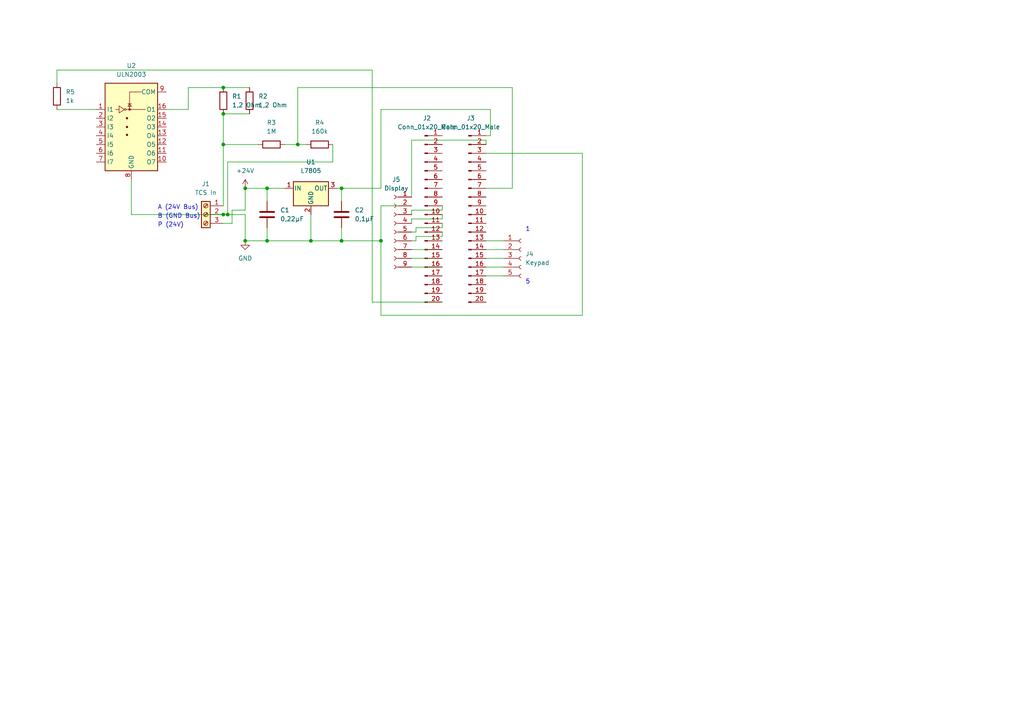
<source format=kicad_sch>
(kicad_sch (version 20211123) (generator eeschema)

  (uuid edcb1de5-d292-429a-a863-131d19b76a56)

  (paper "A4")

  (lib_symbols
    (symbol "Connector:Conn_01x05_Female" (pin_names (offset 1.016) hide) (in_bom yes) (on_board yes)
      (property "Reference" "J" (id 0) (at 0 7.62 0)
        (effects (font (size 1.27 1.27)))
      )
      (property "Value" "Conn_01x05_Female" (id 1) (at 0 -7.62 0)
        (effects (font (size 1.27 1.27)))
      )
      (property "Footprint" "" (id 2) (at 0 0 0)
        (effects (font (size 1.27 1.27)) hide)
      )
      (property "Datasheet" "~" (id 3) (at 0 0 0)
        (effects (font (size 1.27 1.27)) hide)
      )
      (property "ki_keywords" "connector" (id 4) (at 0 0 0)
        (effects (font (size 1.27 1.27)) hide)
      )
      (property "ki_description" "Generic connector, single row, 01x05, script generated (kicad-library-utils/schlib/autogen/connector/)" (id 5) (at 0 0 0)
        (effects (font (size 1.27 1.27)) hide)
      )
      (property "ki_fp_filters" "Connector*:*_1x??_*" (id 6) (at 0 0 0)
        (effects (font (size 1.27 1.27)) hide)
      )
      (symbol "Conn_01x05_Female_1_1"
        (arc (start 0 -4.572) (mid -0.508 -5.08) (end 0 -5.588)
          (stroke (width 0.1524) (type default) (color 0 0 0 0))
          (fill (type none))
        )
        (arc (start 0 -2.032) (mid -0.508 -2.54) (end 0 -3.048)
          (stroke (width 0.1524) (type default) (color 0 0 0 0))
          (fill (type none))
        )
        (polyline
          (pts
            (xy -1.27 -5.08)
            (xy -0.508 -5.08)
          )
          (stroke (width 0.1524) (type default) (color 0 0 0 0))
          (fill (type none))
        )
        (polyline
          (pts
            (xy -1.27 -2.54)
            (xy -0.508 -2.54)
          )
          (stroke (width 0.1524) (type default) (color 0 0 0 0))
          (fill (type none))
        )
        (polyline
          (pts
            (xy -1.27 0)
            (xy -0.508 0)
          )
          (stroke (width 0.1524) (type default) (color 0 0 0 0))
          (fill (type none))
        )
        (polyline
          (pts
            (xy -1.27 2.54)
            (xy -0.508 2.54)
          )
          (stroke (width 0.1524) (type default) (color 0 0 0 0))
          (fill (type none))
        )
        (polyline
          (pts
            (xy -1.27 5.08)
            (xy -0.508 5.08)
          )
          (stroke (width 0.1524) (type default) (color 0 0 0 0))
          (fill (type none))
        )
        (arc (start 0 0.508) (mid -0.508 0) (end 0 -0.508)
          (stroke (width 0.1524) (type default) (color 0 0 0 0))
          (fill (type none))
        )
        (arc (start 0 3.048) (mid -0.508 2.54) (end 0 2.032)
          (stroke (width 0.1524) (type default) (color 0 0 0 0))
          (fill (type none))
        )
        (arc (start 0 5.588) (mid -0.508 5.08) (end 0 4.572)
          (stroke (width 0.1524) (type default) (color 0 0 0 0))
          (fill (type none))
        )
        (pin passive line (at -5.08 5.08 0) (length 3.81)
          (name "Pin_1" (effects (font (size 1.27 1.27))))
          (number "1" (effects (font (size 1.27 1.27))))
        )
        (pin passive line (at -5.08 2.54 0) (length 3.81)
          (name "Pin_2" (effects (font (size 1.27 1.27))))
          (number "2" (effects (font (size 1.27 1.27))))
        )
        (pin passive line (at -5.08 0 0) (length 3.81)
          (name "Pin_3" (effects (font (size 1.27 1.27))))
          (number "3" (effects (font (size 1.27 1.27))))
        )
        (pin passive line (at -5.08 -2.54 0) (length 3.81)
          (name "Pin_4" (effects (font (size 1.27 1.27))))
          (number "4" (effects (font (size 1.27 1.27))))
        )
        (pin passive line (at -5.08 -5.08 0) (length 3.81)
          (name "Pin_5" (effects (font (size 1.27 1.27))))
          (number "5" (effects (font (size 1.27 1.27))))
        )
      )
    )
    (symbol "Connector:Conn_01x09_Female" (pin_names (offset 1.016) hide) (in_bom yes) (on_board yes)
      (property "Reference" "J" (id 0) (at 0 12.7 0)
        (effects (font (size 1.27 1.27)))
      )
      (property "Value" "Conn_01x09_Female" (id 1) (at 0 -12.7 0)
        (effects (font (size 1.27 1.27)))
      )
      (property "Footprint" "" (id 2) (at 0 0 0)
        (effects (font (size 1.27 1.27)) hide)
      )
      (property "Datasheet" "~" (id 3) (at 0 0 0)
        (effects (font (size 1.27 1.27)) hide)
      )
      (property "ki_keywords" "connector" (id 4) (at 0 0 0)
        (effects (font (size 1.27 1.27)) hide)
      )
      (property "ki_description" "Generic connector, single row, 01x09, script generated (kicad-library-utils/schlib/autogen/connector/)" (id 5) (at 0 0 0)
        (effects (font (size 1.27 1.27)) hide)
      )
      (property "ki_fp_filters" "Connector*:*_1x??_*" (id 6) (at 0 0 0)
        (effects (font (size 1.27 1.27)) hide)
      )
      (symbol "Conn_01x09_Female_1_1"
        (arc (start 0 -9.652) (mid -0.508 -10.16) (end 0 -10.668)
          (stroke (width 0.1524) (type default) (color 0 0 0 0))
          (fill (type none))
        )
        (arc (start 0 -7.112) (mid -0.508 -7.62) (end 0 -8.128)
          (stroke (width 0.1524) (type default) (color 0 0 0 0))
          (fill (type none))
        )
        (arc (start 0 -4.572) (mid -0.508 -5.08) (end 0 -5.588)
          (stroke (width 0.1524) (type default) (color 0 0 0 0))
          (fill (type none))
        )
        (arc (start 0 -2.032) (mid -0.508 -2.54) (end 0 -3.048)
          (stroke (width 0.1524) (type default) (color 0 0 0 0))
          (fill (type none))
        )
        (polyline
          (pts
            (xy -1.27 -10.16)
            (xy -0.508 -10.16)
          )
          (stroke (width 0.1524) (type default) (color 0 0 0 0))
          (fill (type none))
        )
        (polyline
          (pts
            (xy -1.27 -7.62)
            (xy -0.508 -7.62)
          )
          (stroke (width 0.1524) (type default) (color 0 0 0 0))
          (fill (type none))
        )
        (polyline
          (pts
            (xy -1.27 -5.08)
            (xy -0.508 -5.08)
          )
          (stroke (width 0.1524) (type default) (color 0 0 0 0))
          (fill (type none))
        )
        (polyline
          (pts
            (xy -1.27 -2.54)
            (xy -0.508 -2.54)
          )
          (stroke (width 0.1524) (type default) (color 0 0 0 0))
          (fill (type none))
        )
        (polyline
          (pts
            (xy -1.27 0)
            (xy -0.508 0)
          )
          (stroke (width 0.1524) (type default) (color 0 0 0 0))
          (fill (type none))
        )
        (polyline
          (pts
            (xy -1.27 2.54)
            (xy -0.508 2.54)
          )
          (stroke (width 0.1524) (type default) (color 0 0 0 0))
          (fill (type none))
        )
        (polyline
          (pts
            (xy -1.27 5.08)
            (xy -0.508 5.08)
          )
          (stroke (width 0.1524) (type default) (color 0 0 0 0))
          (fill (type none))
        )
        (polyline
          (pts
            (xy -1.27 7.62)
            (xy -0.508 7.62)
          )
          (stroke (width 0.1524) (type default) (color 0 0 0 0))
          (fill (type none))
        )
        (polyline
          (pts
            (xy -1.27 10.16)
            (xy -0.508 10.16)
          )
          (stroke (width 0.1524) (type default) (color 0 0 0 0))
          (fill (type none))
        )
        (arc (start 0 0.508) (mid -0.508 0) (end 0 -0.508)
          (stroke (width 0.1524) (type default) (color 0 0 0 0))
          (fill (type none))
        )
        (arc (start 0 3.048) (mid -0.508 2.54) (end 0 2.032)
          (stroke (width 0.1524) (type default) (color 0 0 0 0))
          (fill (type none))
        )
        (arc (start 0 5.588) (mid -0.508 5.08) (end 0 4.572)
          (stroke (width 0.1524) (type default) (color 0 0 0 0))
          (fill (type none))
        )
        (arc (start 0 8.128) (mid -0.508 7.62) (end 0 7.112)
          (stroke (width 0.1524) (type default) (color 0 0 0 0))
          (fill (type none))
        )
        (arc (start 0 10.668) (mid -0.508 10.16) (end 0 9.652)
          (stroke (width 0.1524) (type default) (color 0 0 0 0))
          (fill (type none))
        )
        (pin passive line (at -5.08 10.16 0) (length 3.81)
          (name "Pin_1" (effects (font (size 1.27 1.27))))
          (number "1" (effects (font (size 1.27 1.27))))
        )
        (pin passive line (at -5.08 7.62 0) (length 3.81)
          (name "Pin_2" (effects (font (size 1.27 1.27))))
          (number "2" (effects (font (size 1.27 1.27))))
        )
        (pin passive line (at -5.08 5.08 0) (length 3.81)
          (name "Pin_3" (effects (font (size 1.27 1.27))))
          (number "3" (effects (font (size 1.27 1.27))))
        )
        (pin passive line (at -5.08 2.54 0) (length 3.81)
          (name "Pin_4" (effects (font (size 1.27 1.27))))
          (number "4" (effects (font (size 1.27 1.27))))
        )
        (pin passive line (at -5.08 0 0) (length 3.81)
          (name "Pin_5" (effects (font (size 1.27 1.27))))
          (number "5" (effects (font (size 1.27 1.27))))
        )
        (pin passive line (at -5.08 -2.54 0) (length 3.81)
          (name "Pin_6" (effects (font (size 1.27 1.27))))
          (number "6" (effects (font (size 1.27 1.27))))
        )
        (pin passive line (at -5.08 -5.08 0) (length 3.81)
          (name "Pin_7" (effects (font (size 1.27 1.27))))
          (number "7" (effects (font (size 1.27 1.27))))
        )
        (pin passive line (at -5.08 -7.62 0) (length 3.81)
          (name "Pin_8" (effects (font (size 1.27 1.27))))
          (number "8" (effects (font (size 1.27 1.27))))
        )
        (pin passive line (at -5.08 -10.16 0) (length 3.81)
          (name "Pin_9" (effects (font (size 1.27 1.27))))
          (number "9" (effects (font (size 1.27 1.27))))
        )
      )
    )
    (symbol "Connector:Conn_01x20_Male" (pin_names (offset 1.016) hide) (in_bom yes) (on_board yes)
      (property "Reference" "J" (id 0) (at 0 25.4 0)
        (effects (font (size 1.27 1.27)))
      )
      (property "Value" "Conn_01x20_Male" (id 1) (at 0 -27.94 0)
        (effects (font (size 1.27 1.27)))
      )
      (property "Footprint" "" (id 2) (at 0 0 0)
        (effects (font (size 1.27 1.27)) hide)
      )
      (property "Datasheet" "~" (id 3) (at 0 0 0)
        (effects (font (size 1.27 1.27)) hide)
      )
      (property "ki_keywords" "connector" (id 4) (at 0 0 0)
        (effects (font (size 1.27 1.27)) hide)
      )
      (property "ki_description" "Generic connector, single row, 01x20, script generated (kicad-library-utils/schlib/autogen/connector/)" (id 5) (at 0 0 0)
        (effects (font (size 1.27 1.27)) hide)
      )
      (property "ki_fp_filters" "Connector*:*_1x??_*" (id 6) (at 0 0 0)
        (effects (font (size 1.27 1.27)) hide)
      )
      (symbol "Conn_01x20_Male_1_1"
        (polyline
          (pts
            (xy 1.27 -25.4)
            (xy 0.8636 -25.4)
          )
          (stroke (width 0.1524) (type default) (color 0 0 0 0))
          (fill (type none))
        )
        (polyline
          (pts
            (xy 1.27 -22.86)
            (xy 0.8636 -22.86)
          )
          (stroke (width 0.1524) (type default) (color 0 0 0 0))
          (fill (type none))
        )
        (polyline
          (pts
            (xy 1.27 -20.32)
            (xy 0.8636 -20.32)
          )
          (stroke (width 0.1524) (type default) (color 0 0 0 0))
          (fill (type none))
        )
        (polyline
          (pts
            (xy 1.27 -17.78)
            (xy 0.8636 -17.78)
          )
          (stroke (width 0.1524) (type default) (color 0 0 0 0))
          (fill (type none))
        )
        (polyline
          (pts
            (xy 1.27 -15.24)
            (xy 0.8636 -15.24)
          )
          (stroke (width 0.1524) (type default) (color 0 0 0 0))
          (fill (type none))
        )
        (polyline
          (pts
            (xy 1.27 -12.7)
            (xy 0.8636 -12.7)
          )
          (stroke (width 0.1524) (type default) (color 0 0 0 0))
          (fill (type none))
        )
        (polyline
          (pts
            (xy 1.27 -10.16)
            (xy 0.8636 -10.16)
          )
          (stroke (width 0.1524) (type default) (color 0 0 0 0))
          (fill (type none))
        )
        (polyline
          (pts
            (xy 1.27 -7.62)
            (xy 0.8636 -7.62)
          )
          (stroke (width 0.1524) (type default) (color 0 0 0 0))
          (fill (type none))
        )
        (polyline
          (pts
            (xy 1.27 -5.08)
            (xy 0.8636 -5.08)
          )
          (stroke (width 0.1524) (type default) (color 0 0 0 0))
          (fill (type none))
        )
        (polyline
          (pts
            (xy 1.27 -2.54)
            (xy 0.8636 -2.54)
          )
          (stroke (width 0.1524) (type default) (color 0 0 0 0))
          (fill (type none))
        )
        (polyline
          (pts
            (xy 1.27 0)
            (xy 0.8636 0)
          )
          (stroke (width 0.1524) (type default) (color 0 0 0 0))
          (fill (type none))
        )
        (polyline
          (pts
            (xy 1.27 2.54)
            (xy 0.8636 2.54)
          )
          (stroke (width 0.1524) (type default) (color 0 0 0 0))
          (fill (type none))
        )
        (polyline
          (pts
            (xy 1.27 5.08)
            (xy 0.8636 5.08)
          )
          (stroke (width 0.1524) (type default) (color 0 0 0 0))
          (fill (type none))
        )
        (polyline
          (pts
            (xy 1.27 7.62)
            (xy 0.8636 7.62)
          )
          (stroke (width 0.1524) (type default) (color 0 0 0 0))
          (fill (type none))
        )
        (polyline
          (pts
            (xy 1.27 10.16)
            (xy 0.8636 10.16)
          )
          (stroke (width 0.1524) (type default) (color 0 0 0 0))
          (fill (type none))
        )
        (polyline
          (pts
            (xy 1.27 12.7)
            (xy 0.8636 12.7)
          )
          (stroke (width 0.1524) (type default) (color 0 0 0 0))
          (fill (type none))
        )
        (polyline
          (pts
            (xy 1.27 15.24)
            (xy 0.8636 15.24)
          )
          (stroke (width 0.1524) (type default) (color 0 0 0 0))
          (fill (type none))
        )
        (polyline
          (pts
            (xy 1.27 17.78)
            (xy 0.8636 17.78)
          )
          (stroke (width 0.1524) (type default) (color 0 0 0 0))
          (fill (type none))
        )
        (polyline
          (pts
            (xy 1.27 20.32)
            (xy 0.8636 20.32)
          )
          (stroke (width 0.1524) (type default) (color 0 0 0 0))
          (fill (type none))
        )
        (polyline
          (pts
            (xy 1.27 22.86)
            (xy 0.8636 22.86)
          )
          (stroke (width 0.1524) (type default) (color 0 0 0 0))
          (fill (type none))
        )
        (rectangle (start 0.8636 -25.273) (end 0 -25.527)
          (stroke (width 0.1524) (type default) (color 0 0 0 0))
          (fill (type outline))
        )
        (rectangle (start 0.8636 -22.733) (end 0 -22.987)
          (stroke (width 0.1524) (type default) (color 0 0 0 0))
          (fill (type outline))
        )
        (rectangle (start 0.8636 -20.193) (end 0 -20.447)
          (stroke (width 0.1524) (type default) (color 0 0 0 0))
          (fill (type outline))
        )
        (rectangle (start 0.8636 -17.653) (end 0 -17.907)
          (stroke (width 0.1524) (type default) (color 0 0 0 0))
          (fill (type outline))
        )
        (rectangle (start 0.8636 -15.113) (end 0 -15.367)
          (stroke (width 0.1524) (type default) (color 0 0 0 0))
          (fill (type outline))
        )
        (rectangle (start 0.8636 -12.573) (end 0 -12.827)
          (stroke (width 0.1524) (type default) (color 0 0 0 0))
          (fill (type outline))
        )
        (rectangle (start 0.8636 -10.033) (end 0 -10.287)
          (stroke (width 0.1524) (type default) (color 0 0 0 0))
          (fill (type outline))
        )
        (rectangle (start 0.8636 -7.493) (end 0 -7.747)
          (stroke (width 0.1524) (type default) (color 0 0 0 0))
          (fill (type outline))
        )
        (rectangle (start 0.8636 -4.953) (end 0 -5.207)
          (stroke (width 0.1524) (type default) (color 0 0 0 0))
          (fill (type outline))
        )
        (rectangle (start 0.8636 -2.413) (end 0 -2.667)
          (stroke (width 0.1524) (type default) (color 0 0 0 0))
          (fill (type outline))
        )
        (rectangle (start 0.8636 0.127) (end 0 -0.127)
          (stroke (width 0.1524) (type default) (color 0 0 0 0))
          (fill (type outline))
        )
        (rectangle (start 0.8636 2.667) (end 0 2.413)
          (stroke (width 0.1524) (type default) (color 0 0 0 0))
          (fill (type outline))
        )
        (rectangle (start 0.8636 5.207) (end 0 4.953)
          (stroke (width 0.1524) (type default) (color 0 0 0 0))
          (fill (type outline))
        )
        (rectangle (start 0.8636 7.747) (end 0 7.493)
          (stroke (width 0.1524) (type default) (color 0 0 0 0))
          (fill (type outline))
        )
        (rectangle (start 0.8636 10.287) (end 0 10.033)
          (stroke (width 0.1524) (type default) (color 0 0 0 0))
          (fill (type outline))
        )
        (rectangle (start 0.8636 12.827) (end 0 12.573)
          (stroke (width 0.1524) (type default) (color 0 0 0 0))
          (fill (type outline))
        )
        (rectangle (start 0.8636 15.367) (end 0 15.113)
          (stroke (width 0.1524) (type default) (color 0 0 0 0))
          (fill (type outline))
        )
        (rectangle (start 0.8636 17.907) (end 0 17.653)
          (stroke (width 0.1524) (type default) (color 0 0 0 0))
          (fill (type outline))
        )
        (rectangle (start 0.8636 20.447) (end 0 20.193)
          (stroke (width 0.1524) (type default) (color 0 0 0 0))
          (fill (type outline))
        )
        (rectangle (start 0.8636 22.987) (end 0 22.733)
          (stroke (width 0.1524) (type default) (color 0 0 0 0))
          (fill (type outline))
        )
        (pin passive line (at 5.08 22.86 180) (length 3.81)
          (name "Pin_1" (effects (font (size 1.27 1.27))))
          (number "1" (effects (font (size 1.27 1.27))))
        )
        (pin passive line (at 5.08 0 180) (length 3.81)
          (name "Pin_10" (effects (font (size 1.27 1.27))))
          (number "10" (effects (font (size 1.27 1.27))))
        )
        (pin passive line (at 5.08 -2.54 180) (length 3.81)
          (name "Pin_11" (effects (font (size 1.27 1.27))))
          (number "11" (effects (font (size 1.27 1.27))))
        )
        (pin passive line (at 5.08 -5.08 180) (length 3.81)
          (name "Pin_12" (effects (font (size 1.27 1.27))))
          (number "12" (effects (font (size 1.27 1.27))))
        )
        (pin passive line (at 5.08 -7.62 180) (length 3.81)
          (name "Pin_13" (effects (font (size 1.27 1.27))))
          (number "13" (effects (font (size 1.27 1.27))))
        )
        (pin passive line (at 5.08 -10.16 180) (length 3.81)
          (name "Pin_14" (effects (font (size 1.27 1.27))))
          (number "14" (effects (font (size 1.27 1.27))))
        )
        (pin passive line (at 5.08 -12.7 180) (length 3.81)
          (name "Pin_15" (effects (font (size 1.27 1.27))))
          (number "15" (effects (font (size 1.27 1.27))))
        )
        (pin passive line (at 5.08 -15.24 180) (length 3.81)
          (name "Pin_16" (effects (font (size 1.27 1.27))))
          (number "16" (effects (font (size 1.27 1.27))))
        )
        (pin passive line (at 5.08 -17.78 180) (length 3.81)
          (name "Pin_17" (effects (font (size 1.27 1.27))))
          (number "17" (effects (font (size 1.27 1.27))))
        )
        (pin passive line (at 5.08 -20.32 180) (length 3.81)
          (name "Pin_18" (effects (font (size 1.27 1.27))))
          (number "18" (effects (font (size 1.27 1.27))))
        )
        (pin passive line (at 5.08 -22.86 180) (length 3.81)
          (name "Pin_19" (effects (font (size 1.27 1.27))))
          (number "19" (effects (font (size 1.27 1.27))))
        )
        (pin passive line (at 5.08 20.32 180) (length 3.81)
          (name "Pin_2" (effects (font (size 1.27 1.27))))
          (number "2" (effects (font (size 1.27 1.27))))
        )
        (pin passive line (at 5.08 -25.4 180) (length 3.81)
          (name "Pin_20" (effects (font (size 1.27 1.27))))
          (number "20" (effects (font (size 1.27 1.27))))
        )
        (pin passive line (at 5.08 17.78 180) (length 3.81)
          (name "Pin_3" (effects (font (size 1.27 1.27))))
          (number "3" (effects (font (size 1.27 1.27))))
        )
        (pin passive line (at 5.08 15.24 180) (length 3.81)
          (name "Pin_4" (effects (font (size 1.27 1.27))))
          (number "4" (effects (font (size 1.27 1.27))))
        )
        (pin passive line (at 5.08 12.7 180) (length 3.81)
          (name "Pin_5" (effects (font (size 1.27 1.27))))
          (number "5" (effects (font (size 1.27 1.27))))
        )
        (pin passive line (at 5.08 10.16 180) (length 3.81)
          (name "Pin_6" (effects (font (size 1.27 1.27))))
          (number "6" (effects (font (size 1.27 1.27))))
        )
        (pin passive line (at 5.08 7.62 180) (length 3.81)
          (name "Pin_7" (effects (font (size 1.27 1.27))))
          (number "7" (effects (font (size 1.27 1.27))))
        )
        (pin passive line (at 5.08 5.08 180) (length 3.81)
          (name "Pin_8" (effects (font (size 1.27 1.27))))
          (number "8" (effects (font (size 1.27 1.27))))
        )
        (pin passive line (at 5.08 2.54 180) (length 3.81)
          (name "Pin_9" (effects (font (size 1.27 1.27))))
          (number "9" (effects (font (size 1.27 1.27))))
        )
      )
    )
    (symbol "Connector:Screw_Terminal_01x03" (pin_names (offset 1.016) hide) (in_bom yes) (on_board yes)
      (property "Reference" "J" (id 0) (at 0 5.08 0)
        (effects (font (size 1.27 1.27)))
      )
      (property "Value" "Screw_Terminal_01x03" (id 1) (at 0 -5.08 0)
        (effects (font (size 1.27 1.27)))
      )
      (property "Footprint" "" (id 2) (at 0 0 0)
        (effects (font (size 1.27 1.27)) hide)
      )
      (property "Datasheet" "~" (id 3) (at 0 0 0)
        (effects (font (size 1.27 1.27)) hide)
      )
      (property "ki_keywords" "screw terminal" (id 4) (at 0 0 0)
        (effects (font (size 1.27 1.27)) hide)
      )
      (property "ki_description" "Generic screw terminal, single row, 01x03, script generated (kicad-library-utils/schlib/autogen/connector/)" (id 5) (at 0 0 0)
        (effects (font (size 1.27 1.27)) hide)
      )
      (property "ki_fp_filters" "TerminalBlock*:*" (id 6) (at 0 0 0)
        (effects (font (size 1.27 1.27)) hide)
      )
      (symbol "Screw_Terminal_01x03_1_1"
        (rectangle (start -1.27 3.81) (end 1.27 -3.81)
          (stroke (width 0.254) (type default) (color 0 0 0 0))
          (fill (type background))
        )
        (circle (center 0 -2.54) (radius 0.635)
          (stroke (width 0.1524) (type default) (color 0 0 0 0))
          (fill (type none))
        )
        (polyline
          (pts
            (xy -0.5334 -2.2098)
            (xy 0.3302 -3.048)
          )
          (stroke (width 0.1524) (type default) (color 0 0 0 0))
          (fill (type none))
        )
        (polyline
          (pts
            (xy -0.5334 0.3302)
            (xy 0.3302 -0.508)
          )
          (stroke (width 0.1524) (type default) (color 0 0 0 0))
          (fill (type none))
        )
        (polyline
          (pts
            (xy -0.5334 2.8702)
            (xy 0.3302 2.032)
          )
          (stroke (width 0.1524) (type default) (color 0 0 0 0))
          (fill (type none))
        )
        (polyline
          (pts
            (xy -0.3556 -2.032)
            (xy 0.508 -2.8702)
          )
          (stroke (width 0.1524) (type default) (color 0 0 0 0))
          (fill (type none))
        )
        (polyline
          (pts
            (xy -0.3556 0.508)
            (xy 0.508 -0.3302)
          )
          (stroke (width 0.1524) (type default) (color 0 0 0 0))
          (fill (type none))
        )
        (polyline
          (pts
            (xy -0.3556 3.048)
            (xy 0.508 2.2098)
          )
          (stroke (width 0.1524) (type default) (color 0 0 0 0))
          (fill (type none))
        )
        (circle (center 0 0) (radius 0.635)
          (stroke (width 0.1524) (type default) (color 0 0 0 0))
          (fill (type none))
        )
        (circle (center 0 2.54) (radius 0.635)
          (stroke (width 0.1524) (type default) (color 0 0 0 0))
          (fill (type none))
        )
        (pin passive line (at -5.08 2.54 0) (length 3.81)
          (name "Pin_1" (effects (font (size 1.27 1.27))))
          (number "1" (effects (font (size 1.27 1.27))))
        )
        (pin passive line (at -5.08 0 0) (length 3.81)
          (name "Pin_2" (effects (font (size 1.27 1.27))))
          (number "2" (effects (font (size 1.27 1.27))))
        )
        (pin passive line (at -5.08 -2.54 0) (length 3.81)
          (name "Pin_3" (effects (font (size 1.27 1.27))))
          (number "3" (effects (font (size 1.27 1.27))))
        )
      )
    )
    (symbol "Device:C" (pin_numbers hide) (pin_names (offset 0.254)) (in_bom yes) (on_board yes)
      (property "Reference" "C" (id 0) (at 0.635 2.54 0)
        (effects (font (size 1.27 1.27)) (justify left))
      )
      (property "Value" "C" (id 1) (at 0.635 -2.54 0)
        (effects (font (size 1.27 1.27)) (justify left))
      )
      (property "Footprint" "" (id 2) (at 0.9652 -3.81 0)
        (effects (font (size 1.27 1.27)) hide)
      )
      (property "Datasheet" "~" (id 3) (at 0 0 0)
        (effects (font (size 1.27 1.27)) hide)
      )
      (property "ki_keywords" "cap capacitor" (id 4) (at 0 0 0)
        (effects (font (size 1.27 1.27)) hide)
      )
      (property "ki_description" "Unpolarized capacitor" (id 5) (at 0 0 0)
        (effects (font (size 1.27 1.27)) hide)
      )
      (property "ki_fp_filters" "C_*" (id 6) (at 0 0 0)
        (effects (font (size 1.27 1.27)) hide)
      )
      (symbol "C_0_1"
        (polyline
          (pts
            (xy -2.032 -0.762)
            (xy 2.032 -0.762)
          )
          (stroke (width 0.508) (type default) (color 0 0 0 0))
          (fill (type none))
        )
        (polyline
          (pts
            (xy -2.032 0.762)
            (xy 2.032 0.762)
          )
          (stroke (width 0.508) (type default) (color 0 0 0 0))
          (fill (type none))
        )
      )
      (symbol "C_1_1"
        (pin passive line (at 0 3.81 270) (length 2.794)
          (name "~" (effects (font (size 1.27 1.27))))
          (number "1" (effects (font (size 1.27 1.27))))
        )
        (pin passive line (at 0 -3.81 90) (length 2.794)
          (name "~" (effects (font (size 1.27 1.27))))
          (number "2" (effects (font (size 1.27 1.27))))
        )
      )
    )
    (symbol "Device:R" (pin_numbers hide) (pin_names (offset 0)) (in_bom yes) (on_board yes)
      (property "Reference" "R" (id 0) (at 2.032 0 90)
        (effects (font (size 1.27 1.27)))
      )
      (property "Value" "R" (id 1) (at 0 0 90)
        (effects (font (size 1.27 1.27)))
      )
      (property "Footprint" "" (id 2) (at -1.778 0 90)
        (effects (font (size 1.27 1.27)) hide)
      )
      (property "Datasheet" "~" (id 3) (at 0 0 0)
        (effects (font (size 1.27 1.27)) hide)
      )
      (property "ki_keywords" "R res resistor" (id 4) (at 0 0 0)
        (effects (font (size 1.27 1.27)) hide)
      )
      (property "ki_description" "Resistor" (id 5) (at 0 0 0)
        (effects (font (size 1.27 1.27)) hide)
      )
      (property "ki_fp_filters" "R_*" (id 6) (at 0 0 0)
        (effects (font (size 1.27 1.27)) hide)
      )
      (symbol "R_0_1"
        (rectangle (start -1.016 -2.54) (end 1.016 2.54)
          (stroke (width 0.254) (type default) (color 0 0 0 0))
          (fill (type none))
        )
      )
      (symbol "R_1_1"
        (pin passive line (at 0 3.81 270) (length 1.27)
          (name "~" (effects (font (size 1.27 1.27))))
          (number "1" (effects (font (size 1.27 1.27))))
        )
        (pin passive line (at 0 -3.81 90) (length 1.27)
          (name "~" (effects (font (size 1.27 1.27))))
          (number "2" (effects (font (size 1.27 1.27))))
        )
      )
    )
    (symbol "Regulator_Linear:L7805" (pin_names (offset 0.254)) (in_bom yes) (on_board yes)
      (property "Reference" "U" (id 0) (at -3.81 3.175 0)
        (effects (font (size 1.27 1.27)))
      )
      (property "Value" "L7805" (id 1) (at 0 3.175 0)
        (effects (font (size 1.27 1.27)) (justify left))
      )
      (property "Footprint" "" (id 2) (at 0.635 -3.81 0)
        (effects (font (size 1.27 1.27) italic) (justify left) hide)
      )
      (property "Datasheet" "http://www.st.com/content/ccc/resource/technical/document/datasheet/41/4f/b3/b0/12/d4/47/88/CD00000444.pdf/files/CD00000444.pdf/jcr:content/translations/en.CD00000444.pdf" (id 3) (at 0 -1.27 0)
        (effects (font (size 1.27 1.27)) hide)
      )
      (property "ki_keywords" "Voltage Regulator 1.5A Positive" (id 4) (at 0 0 0)
        (effects (font (size 1.27 1.27)) hide)
      )
      (property "ki_description" "Positive 1.5A 35V Linear Regulator, Fixed Output 5V, TO-220/TO-263/TO-252" (id 5) (at 0 0 0)
        (effects (font (size 1.27 1.27)) hide)
      )
      (property "ki_fp_filters" "TO?252* TO?263* TO?220*" (id 6) (at 0 0 0)
        (effects (font (size 1.27 1.27)) hide)
      )
      (symbol "L7805_0_1"
        (rectangle (start -5.08 1.905) (end 5.08 -5.08)
          (stroke (width 0.254) (type default) (color 0 0 0 0))
          (fill (type background))
        )
      )
      (symbol "L7805_1_1"
        (pin power_in line (at -7.62 0 0) (length 2.54)
          (name "IN" (effects (font (size 1.27 1.27))))
          (number "1" (effects (font (size 1.27 1.27))))
        )
        (pin power_in line (at 0 -7.62 90) (length 2.54)
          (name "GND" (effects (font (size 1.27 1.27))))
          (number "2" (effects (font (size 1.27 1.27))))
        )
        (pin power_out line (at 7.62 0 180) (length 2.54)
          (name "OUT" (effects (font (size 1.27 1.27))))
          (number "3" (effects (font (size 1.27 1.27))))
        )
      )
    )
    (symbol "Transistor_Array:ULN2003" (in_bom yes) (on_board yes)
      (property "Reference" "U" (id 0) (at 0 15.875 0)
        (effects (font (size 1.27 1.27)))
      )
      (property "Value" "ULN2003" (id 1) (at 0 13.97 0)
        (effects (font (size 1.27 1.27)))
      )
      (property "Footprint" "" (id 2) (at 1.27 -13.97 0)
        (effects (font (size 1.27 1.27)) (justify left) hide)
      )
      (property "Datasheet" "http://www.ti.com/lit/ds/symlink/uln2003a.pdf" (id 3) (at 2.54 -5.08 0)
        (effects (font (size 1.27 1.27)) hide)
      )
      (property "ki_keywords" "darlington transistor array" (id 4) (at 0 0 0)
        (effects (font (size 1.27 1.27)) hide)
      )
      (property "ki_description" "High Voltage, High Current Darlington Transistor Arrays, SOIC16/SOIC16W/DIP16/TSSOP16" (id 5) (at 0 0 0)
        (effects (font (size 1.27 1.27)) hide)
      )
      (property "ki_fp_filters" "DIP*W7.62mm* SOIC*3.9x9.9mm*P1.27mm* SSOP*4.4x5.2mm*P0.65mm* TSSOP*4.4x5mm*P0.65mm* SOIC*W*5.3x10.2mm*P1.27mm*" (id 6) (at 0 0 0)
        (effects (font (size 1.27 1.27)) hide)
      )
      (symbol "ULN2003_0_1"
        (rectangle (start -7.62 -12.7) (end 7.62 12.7)
          (stroke (width 0.254) (type default) (color 0 0 0 0))
          (fill (type background))
        )
        (circle (center -1.778 5.08) (radius 0.254)
          (stroke (width 0) (type default) (color 0 0 0 0))
          (fill (type none))
        )
        (circle (center -1.27 -2.286) (radius 0.254)
          (stroke (width 0) (type default) (color 0 0 0 0))
          (fill (type outline))
        )
        (circle (center -1.27 0) (radius 0.254)
          (stroke (width 0) (type default) (color 0 0 0 0))
          (fill (type outline))
        )
        (circle (center -1.27 2.54) (radius 0.254)
          (stroke (width 0) (type default) (color 0 0 0 0))
          (fill (type outline))
        )
        (circle (center -0.508 5.08) (radius 0.254)
          (stroke (width 0) (type default) (color 0 0 0 0))
          (fill (type outline))
        )
        (polyline
          (pts
            (xy -4.572 5.08)
            (xy -3.556 5.08)
          )
          (stroke (width 0) (type default) (color 0 0 0 0))
          (fill (type none))
        )
        (polyline
          (pts
            (xy -1.524 5.08)
            (xy 4.064 5.08)
          )
          (stroke (width 0) (type default) (color 0 0 0 0))
          (fill (type none))
        )
        (polyline
          (pts
            (xy 0 6.731)
            (xy -1.016 6.731)
          )
          (stroke (width 0) (type default) (color 0 0 0 0))
          (fill (type none))
        )
        (polyline
          (pts
            (xy -0.508 5.08)
            (xy -0.508 10.16)
            (xy 2.921 10.16)
          )
          (stroke (width 0) (type default) (color 0 0 0 0))
          (fill (type none))
        )
        (polyline
          (pts
            (xy -3.556 6.096)
            (xy -3.556 4.064)
            (xy -2.032 5.08)
            (xy -3.556 6.096)
          )
          (stroke (width 0) (type default) (color 0 0 0 0))
          (fill (type none))
        )
        (polyline
          (pts
            (xy 0 5.969)
            (xy -1.016 5.969)
            (xy -0.508 6.731)
            (xy 0 5.969)
          )
          (stroke (width 0) (type default) (color 0 0 0 0))
          (fill (type none))
        )
      )
      (symbol "ULN2003_1_1"
        (pin input line (at -10.16 5.08 0) (length 2.54)
          (name "I1" (effects (font (size 1.27 1.27))))
          (number "1" (effects (font (size 1.27 1.27))))
        )
        (pin open_collector line (at 10.16 -10.16 180) (length 2.54)
          (name "O7" (effects (font (size 1.27 1.27))))
          (number "10" (effects (font (size 1.27 1.27))))
        )
        (pin open_collector line (at 10.16 -7.62 180) (length 2.54)
          (name "O6" (effects (font (size 1.27 1.27))))
          (number "11" (effects (font (size 1.27 1.27))))
        )
        (pin open_collector line (at 10.16 -5.08 180) (length 2.54)
          (name "O5" (effects (font (size 1.27 1.27))))
          (number "12" (effects (font (size 1.27 1.27))))
        )
        (pin open_collector line (at 10.16 -2.54 180) (length 2.54)
          (name "O4" (effects (font (size 1.27 1.27))))
          (number "13" (effects (font (size 1.27 1.27))))
        )
        (pin open_collector line (at 10.16 0 180) (length 2.54)
          (name "O3" (effects (font (size 1.27 1.27))))
          (number "14" (effects (font (size 1.27 1.27))))
        )
        (pin open_collector line (at 10.16 2.54 180) (length 2.54)
          (name "O2" (effects (font (size 1.27 1.27))))
          (number "15" (effects (font (size 1.27 1.27))))
        )
        (pin open_collector line (at 10.16 5.08 180) (length 2.54)
          (name "O1" (effects (font (size 1.27 1.27))))
          (number "16" (effects (font (size 1.27 1.27))))
        )
        (pin input line (at -10.16 2.54 0) (length 2.54)
          (name "I2" (effects (font (size 1.27 1.27))))
          (number "2" (effects (font (size 1.27 1.27))))
        )
        (pin input line (at -10.16 0 0) (length 2.54)
          (name "I3" (effects (font (size 1.27 1.27))))
          (number "3" (effects (font (size 1.27 1.27))))
        )
        (pin input line (at -10.16 -2.54 0) (length 2.54)
          (name "I4" (effects (font (size 1.27 1.27))))
          (number "4" (effects (font (size 1.27 1.27))))
        )
        (pin input line (at -10.16 -5.08 0) (length 2.54)
          (name "I5" (effects (font (size 1.27 1.27))))
          (number "5" (effects (font (size 1.27 1.27))))
        )
        (pin input line (at -10.16 -7.62 0) (length 2.54)
          (name "I6" (effects (font (size 1.27 1.27))))
          (number "6" (effects (font (size 1.27 1.27))))
        )
        (pin input line (at -10.16 -10.16 0) (length 2.54)
          (name "I7" (effects (font (size 1.27 1.27))))
          (number "7" (effects (font (size 1.27 1.27))))
        )
        (pin power_in line (at 0 -15.24 90) (length 2.54)
          (name "GND" (effects (font (size 1.27 1.27))))
          (number "8" (effects (font (size 1.27 1.27))))
        )
        (pin passive line (at 10.16 10.16 180) (length 2.54)
          (name "COM" (effects (font (size 1.27 1.27))))
          (number "9" (effects (font (size 1.27 1.27))))
        )
      )
    )
    (symbol "power:+24V" (power) (pin_names (offset 0)) (in_bom yes) (on_board yes)
      (property "Reference" "#PWR" (id 0) (at 0 -3.81 0)
        (effects (font (size 1.27 1.27)) hide)
      )
      (property "Value" "+24V" (id 1) (at 0 3.556 0)
        (effects (font (size 1.27 1.27)))
      )
      (property "Footprint" "" (id 2) (at 0 0 0)
        (effects (font (size 1.27 1.27)) hide)
      )
      (property "Datasheet" "" (id 3) (at 0 0 0)
        (effects (font (size 1.27 1.27)) hide)
      )
      (property "ki_keywords" "power-flag" (id 4) (at 0 0 0)
        (effects (font (size 1.27 1.27)) hide)
      )
      (property "ki_description" "Power symbol creates a global label with name \"+24V\"" (id 5) (at 0 0 0)
        (effects (font (size 1.27 1.27)) hide)
      )
      (symbol "+24V_0_1"
        (polyline
          (pts
            (xy -0.762 1.27)
            (xy 0 2.54)
          )
          (stroke (width 0) (type default) (color 0 0 0 0))
          (fill (type none))
        )
        (polyline
          (pts
            (xy 0 0)
            (xy 0 2.54)
          )
          (stroke (width 0) (type default) (color 0 0 0 0))
          (fill (type none))
        )
        (polyline
          (pts
            (xy 0 2.54)
            (xy 0.762 1.27)
          )
          (stroke (width 0) (type default) (color 0 0 0 0))
          (fill (type none))
        )
      )
      (symbol "+24V_1_1"
        (pin power_in line (at 0 0 90) (length 0) hide
          (name "+24V" (effects (font (size 1.27 1.27))))
          (number "1" (effects (font (size 1.27 1.27))))
        )
      )
    )
    (symbol "power:GND" (power) (pin_names (offset 0)) (in_bom yes) (on_board yes)
      (property "Reference" "#PWR" (id 0) (at 0 -6.35 0)
        (effects (font (size 1.27 1.27)) hide)
      )
      (property "Value" "GND" (id 1) (at 0 -3.81 0)
        (effects (font (size 1.27 1.27)))
      )
      (property "Footprint" "" (id 2) (at 0 0 0)
        (effects (font (size 1.27 1.27)) hide)
      )
      (property "Datasheet" "" (id 3) (at 0 0 0)
        (effects (font (size 1.27 1.27)) hide)
      )
      (property "ki_keywords" "power-flag" (id 4) (at 0 0 0)
        (effects (font (size 1.27 1.27)) hide)
      )
      (property "ki_description" "Power symbol creates a global label with name \"GND\" , ground" (id 5) (at 0 0 0)
        (effects (font (size 1.27 1.27)) hide)
      )
      (symbol "GND_0_1"
        (polyline
          (pts
            (xy 0 0)
            (xy 0 -1.27)
            (xy 1.27 -1.27)
            (xy 0 -2.54)
            (xy -1.27 -1.27)
            (xy 0 -1.27)
          )
          (stroke (width 0) (type default) (color 0 0 0 0))
          (fill (type none))
        )
      )
      (symbol "GND_1_1"
        (pin power_in line (at 0 0 270) (length 0) hide
          (name "GND" (effects (font (size 1.27 1.27))))
          (number "1" (effects (font (size 1.27 1.27))))
        )
      )
    )
  )

  (junction (at 86.36 41.91) (diameter 0) (color 0 0 0 0)
    (uuid 06dc767a-e97c-4064-915e-1e7d39e37dbb)
  )
  (junction (at 90.17 69.85) (diameter 0) (color 0 0 0 0)
    (uuid 2453ab01-e4f6-4749-8024-d8e10411f338)
  )
  (junction (at 64.77 25.4) (diameter 0) (color 0 0 0 0)
    (uuid 70efb4f5-69af-48fe-b046-547ab2fc5655)
  )
  (junction (at 71.12 54.61) (diameter 0) (color 0 0 0 0)
    (uuid 8d237dfe-4949-44a4-9c40-e74fe57e1a21)
  )
  (junction (at 99.06 54.61) (diameter 0) (color 0 0 0 0)
    (uuid 8d52c249-b889-49ab-9e44-09a048c74589)
  )
  (junction (at 71.12 69.85) (diameter 0) (color 0 0 0 0)
    (uuid 9297f86c-81ea-4ee2-a864-fd4da16dc094)
  )
  (junction (at 77.47 69.85) (diameter 0) (color 0 0 0 0)
    (uuid 97a9ae37-63f9-4707-b802-221808dcb939)
  )
  (junction (at 64.77 33.02) (diameter 0) (color 0 0 0 0)
    (uuid 97fe93b2-736b-4917-bd76-31588c38b16f)
  )
  (junction (at 66.04 62.23) (diameter 0) (color 0 0 0 0)
    (uuid ab0a1b26-d2fd-4786-83d9-518c20a65b63)
  )
  (junction (at 110.49 69.85) (diameter 0) (color 0 0 0 0)
    (uuid c4d07328-8310-427a-aacc-b729091775a2)
  )
  (junction (at 99.06 69.85) (diameter 0) (color 0 0 0 0)
    (uuid cb494419-2814-415d-b196-fca5cdd5b6ae)
  )
  (junction (at 64.77 41.91) (diameter 0) (color 0 0 0 0)
    (uuid cd984973-cfdf-40ef-8926-2bbe107768de)
  )
  (junction (at 77.47 54.61) (diameter 0) (color 0 0 0 0)
    (uuid ce8015b5-2462-4f86-82c9-6241e869932e)
  )
  (junction (at 64.77 62.23) (diameter 0) (color 0 0 0 0)
    (uuid ed02b277-57e3-440b-a1d4-67e2b466fc05)
  )

  (wire (pts (xy 38.1 52.07) (xy 38.1 62.23))
    (stroke (width 0) (type default) (color 0 0 0 0))
    (uuid 0945a266-d746-4ff3-9167-9d425622f05c)
  )
  (wire (pts (xy 142.24 31.75) (xy 142.24 39.37))
    (stroke (width 0) (type default) (color 0 0 0 0))
    (uuid 0e8e64dc-46a9-4cd9-89cd-88c7eaec9644)
  )
  (wire (pts (xy 119.38 57.15) (xy 119.38 40.64))
    (stroke (width 0) (type default) (color 0 0 0 0))
    (uuid 101a8b54-dc26-4961-8ffd-b1373248a659)
  )
  (wire (pts (xy 110.49 31.75) (xy 142.24 31.75))
    (stroke (width 0) (type default) (color 0 0 0 0))
    (uuid 10fe2e75-fd80-4708-8da3-c57e21c816eb)
  )
  (wire (pts (xy 119.38 59.69) (xy 110.49 59.69))
    (stroke (width 0) (type default) (color 0 0 0 0))
    (uuid 1ce3fd16-4c79-482f-9ec3-36766e284e49)
  )
  (wire (pts (xy 128.27 59.69) (xy 128.27 60.96))
    (stroke (width 0) (type default) (color 0 0 0 0))
    (uuid 1dc52dcb-14c8-42ff-bb7f-1be48a74b0b9)
  )
  (wire (pts (xy 82.55 41.91) (xy 86.36 41.91))
    (stroke (width 0) (type default) (color 0 0 0 0))
    (uuid 222319ae-2023-4fd8-a305-c6e2dd096a0a)
  )
  (wire (pts (xy 110.49 69.85) (xy 99.06 69.85))
    (stroke (width 0) (type default) (color 0 0 0 0))
    (uuid 2a7c244d-3d80-4040-99ac-f8c8c9ef971d)
  )
  (wire (pts (xy 96.52 46.99) (xy 66.04 46.99))
    (stroke (width 0) (type default) (color 0 0 0 0))
    (uuid 34ef3244-d857-4f8b-9597-5d9c3a2ca3a6)
  )
  (wire (pts (xy 140.97 69.85) (xy 146.05 69.85))
    (stroke (width 0) (type default) (color 0 0 0 0))
    (uuid 3c9ca97f-228d-41b3-b788-915144302091)
  )
  (wire (pts (xy 90.17 62.23) (xy 90.17 69.85))
    (stroke (width 0) (type default) (color 0 0 0 0))
    (uuid 3d994778-ed47-4dfd-8e38-8ba266b7bb5d)
  )
  (wire (pts (xy 142.24 39.37) (xy 140.97 39.37))
    (stroke (width 0) (type default) (color 0 0 0 0))
    (uuid 3f57a6b7-afa0-4e4a-ab62-dc58e4343210)
  )
  (wire (pts (xy 90.17 69.85) (xy 77.47 69.85))
    (stroke (width 0) (type default) (color 0 0 0 0))
    (uuid 3f8f7cca-7232-4ba0-9f49-7d27f330e9de)
  )
  (wire (pts (xy 119.38 77.47) (xy 128.27 77.47))
    (stroke (width 0) (type default) (color 0 0 0 0))
    (uuid 3fd1954e-d8ac-4d8a-815b-78d88737a325)
  )
  (wire (pts (xy 66.04 46.99) (xy 66.04 62.23))
    (stroke (width 0) (type default) (color 0 0 0 0))
    (uuid 4708f886-d6b4-467c-989c-e77893fb1054)
  )
  (wire (pts (xy 66.04 62.23) (xy 71.12 62.23))
    (stroke (width 0) (type default) (color 0 0 0 0))
    (uuid 47aab019-8586-4f5c-a6b9-e3b937563bf9)
  )
  (wire (pts (xy 119.38 69.85) (xy 120.65 69.85))
    (stroke (width 0) (type default) (color 0 0 0 0))
    (uuid 4df9176d-d3ac-4899-ad85-b7e210140f77)
  )
  (wire (pts (xy 119.38 64.77) (xy 119.38 63.5))
    (stroke (width 0) (type default) (color 0 0 0 0))
    (uuid 4e0913f7-f7e5-4e37-920e-87164e98cbcd)
  )
  (wire (pts (xy 119.38 74.93) (xy 128.27 74.93))
    (stroke (width 0) (type default) (color 0 0 0 0))
    (uuid 52ddc177-9c83-4610-8c62-0a87e8940b89)
  )
  (wire (pts (xy 64.77 33.02) (xy 72.39 33.02))
    (stroke (width 0) (type default) (color 0 0 0 0))
    (uuid 5a0c6365-2fd1-4884-8e62-b57add9a828d)
  )
  (wire (pts (xy 71.12 54.61) (xy 71.12 60.96))
    (stroke (width 0) (type default) (color 0 0 0 0))
    (uuid 5d710728-5dc7-4220-81f0-c06ef861b730)
  )
  (wire (pts (xy 148.59 25.4) (xy 148.59 54.61))
    (stroke (width 0) (type default) (color 0 0 0 0))
    (uuid 5e0d4539-9e32-4b64-8145-488fd6caa6ad)
  )
  (wire (pts (xy 140.97 72.39) (xy 146.05 72.39))
    (stroke (width 0) (type default) (color 0 0 0 0))
    (uuid 6033df67-070a-4549-8986-9965765df2b6)
  )
  (wire (pts (xy 120.65 68.58) (xy 128.27 68.58))
    (stroke (width 0) (type default) (color 0 0 0 0))
    (uuid 673be4d6-a4ac-4e8c-9040-f1a13bd71ce2)
  )
  (wire (pts (xy 54.61 25.4) (xy 64.77 25.4))
    (stroke (width 0) (type default) (color 0 0 0 0))
    (uuid 68d799ac-dde8-4bd3-908c-d0510be664bd)
  )
  (wire (pts (xy 128.27 64.77) (xy 128.27 66.04))
    (stroke (width 0) (type default) (color 0 0 0 0))
    (uuid 6997134b-b77e-4544-9b61-df0d219c8f32)
  )
  (wire (pts (xy 119.38 63.5) (xy 128.27 63.5))
    (stroke (width 0) (type default) (color 0 0 0 0))
    (uuid 6a48cfae-08af-4d28-a67d-fc7e8d15d50f)
  )
  (wire (pts (xy 107.95 87.63) (xy 128.27 87.63))
    (stroke (width 0) (type default) (color 0 0 0 0))
    (uuid 6c660a8d-9084-4192-bdd0-dfa43979716a)
  )
  (wire (pts (xy 64.77 62.23) (xy 66.04 62.23))
    (stroke (width 0) (type default) (color 0 0 0 0))
    (uuid 7919def6-43a7-4303-a48f-729db8b55159)
  )
  (wire (pts (xy 120.65 67.31) (xy 120.65 66.04))
    (stroke (width 0) (type default) (color 0 0 0 0))
    (uuid 7bbee714-5cc4-432c-8f73-2c5f6a40c9ca)
  )
  (wire (pts (xy 99.06 54.61) (xy 99.06 58.42))
    (stroke (width 0) (type default) (color 0 0 0 0))
    (uuid 7bf36dd0-4ef5-46d0-987a-46c3a17e3831)
  )
  (wire (pts (xy 99.06 69.85) (xy 90.17 69.85))
    (stroke (width 0) (type default) (color 0 0 0 0))
    (uuid 81a39951-59c9-4688-aeda-9f166c2f328a)
  )
  (wire (pts (xy 140.97 74.93) (xy 146.05 74.93))
    (stroke (width 0) (type default) (color 0 0 0 0))
    (uuid 83f64e8e-4c76-4786-bae1-beae04ec8102)
  )
  (wire (pts (xy 120.65 69.85) (xy 120.65 68.58))
    (stroke (width 0) (type default) (color 0 0 0 0))
    (uuid 84a11230-0532-4c51-a706-6374ce003f44)
  )
  (wire (pts (xy 96.52 41.91) (xy 96.52 46.99))
    (stroke (width 0) (type default) (color 0 0 0 0))
    (uuid 8e205ac8-f551-434e-9359-18057a58b347)
  )
  (wire (pts (xy 67.31 64.77) (xy 64.77 64.77))
    (stroke (width 0) (type default) (color 0 0 0 0))
    (uuid 8fb8bdd5-953f-47a4-accb-e23afe8c9b04)
  )
  (wire (pts (xy 119.38 72.39) (xy 128.27 72.39))
    (stroke (width 0) (type default) (color 0 0 0 0))
    (uuid 9091e9ea-cddd-4e03-ba68-bef258c6a7ca)
  )
  (wire (pts (xy 119.38 40.64) (xy 140.97 40.64))
    (stroke (width 0) (type default) (color 0 0 0 0))
    (uuid 92eb9fbf-bc1a-48d1-b43c-d326a3ec18fb)
  )
  (wire (pts (xy 119.38 67.31) (xy 120.65 67.31))
    (stroke (width 0) (type default) (color 0 0 0 0))
    (uuid 96a9775e-9c55-4d46-b947-257a7ac5e24f)
  )
  (wire (pts (xy 168.91 91.44) (xy 168.91 44.45))
    (stroke (width 0) (type default) (color 0 0 0 0))
    (uuid 9f1ca50d-713f-4d5f-be94-54efd9037938)
  )
  (wire (pts (xy 140.97 77.47) (xy 146.05 77.47))
    (stroke (width 0) (type default) (color 0 0 0 0))
    (uuid a2715330-ca4a-485f-8d04-9eb5ac3e8b0a)
  )
  (wire (pts (xy 97.79 54.61) (xy 99.06 54.61))
    (stroke (width 0) (type default) (color 0 0 0 0))
    (uuid a279d185-4775-41d5-8cfe-bf61f13b4153)
  )
  (wire (pts (xy 71.12 54.61) (xy 77.47 54.61))
    (stroke (width 0) (type default) (color 0 0 0 0))
    (uuid a37e1c05-d374-4ab2-abf8-a6bbd7fc6bba)
  )
  (wire (pts (xy 86.36 41.91) (xy 86.36 25.4))
    (stroke (width 0) (type default) (color 0 0 0 0))
    (uuid a93c052d-a395-4abf-9b4e-e072e57e3e55)
  )
  (wire (pts (xy 99.06 66.04) (xy 99.06 69.85))
    (stroke (width 0) (type default) (color 0 0 0 0))
    (uuid aa7118c1-e237-41ae-a46c-dceb5f20a89a)
  )
  (wire (pts (xy 38.1 62.23) (xy 64.77 62.23))
    (stroke (width 0) (type default) (color 0 0 0 0))
    (uuid ac61cba3-14ce-481f-9f57-2dc4300c2a3d)
  )
  (wire (pts (xy 16.51 31.75) (xy 27.94 31.75))
    (stroke (width 0) (type default) (color 0 0 0 0))
    (uuid af8c2099-7e9b-4ed6-9bdc-b0fac8e4d794)
  )
  (wire (pts (xy 16.51 20.32) (xy 107.95 20.32))
    (stroke (width 0) (type default) (color 0 0 0 0))
    (uuid b22a0377-e9bd-428a-97b3-248cea6491fe)
  )
  (wire (pts (xy 71.12 60.96) (xy 67.31 60.96))
    (stroke (width 0) (type default) (color 0 0 0 0))
    (uuid b4e03ee0-9ec6-485a-98db-35e1e260d6fe)
  )
  (wire (pts (xy 77.47 54.61) (xy 82.55 54.61))
    (stroke (width 0) (type default) (color 0 0 0 0))
    (uuid b7315d42-b96d-4ff0-987c-43e771f2b023)
  )
  (wire (pts (xy 77.47 69.85) (xy 71.12 69.85))
    (stroke (width 0) (type default) (color 0 0 0 0))
    (uuid bc4c0b52-b62d-4c65-9b57-795689c2c597)
  )
  (wire (pts (xy 128.27 62.23) (xy 128.27 63.5))
    (stroke (width 0) (type default) (color 0 0 0 0))
    (uuid bc8139c2-1b7f-40ee-9cd9-935eadb65121)
  )
  (wire (pts (xy 168.91 44.45) (xy 140.97 44.45))
    (stroke (width 0) (type default) (color 0 0 0 0))
    (uuid c23e1653-8ebf-4555-b6db-94db74f28b0f)
  )
  (wire (pts (xy 119.38 60.96) (xy 128.27 60.96))
    (stroke (width 0) (type default) (color 0 0 0 0))
    (uuid c42f9e2e-6f3a-43ac-9ca6-13a379701bc0)
  )
  (wire (pts (xy 140.97 40.64) (xy 140.97 41.91))
    (stroke (width 0) (type default) (color 0 0 0 0))
    (uuid c752bf80-c72b-4b1e-86df-75d76d31d527)
  )
  (wire (pts (xy 110.49 69.85) (xy 110.49 91.44))
    (stroke (width 0) (type default) (color 0 0 0 0))
    (uuid c7c890bc-168a-4818-bed1-af5a33d8f143)
  )
  (wire (pts (xy 86.36 41.91) (xy 88.9 41.91))
    (stroke (width 0) (type default) (color 0 0 0 0))
    (uuid c8964fa3-725e-4e78-b9c5-441dde4d2ca1)
  )
  (wire (pts (xy 107.95 20.32) (xy 107.95 87.63))
    (stroke (width 0) (type default) (color 0 0 0 0))
    (uuid c8b2415a-11a6-408c-abb2-ece2b3d377fe)
  )
  (wire (pts (xy 128.27 68.58) (xy 128.27 67.31))
    (stroke (width 0) (type default) (color 0 0 0 0))
    (uuid c9fd31ee-1c6c-4859-be20-043c039eecf1)
  )
  (wire (pts (xy 110.49 91.44) (xy 168.91 91.44))
    (stroke (width 0) (type default) (color 0 0 0 0))
    (uuid cbbc1189-b43a-48cb-af00-45bd59ece1c4)
  )
  (wire (pts (xy 110.49 54.61) (xy 99.06 54.61))
    (stroke (width 0) (type default) (color 0 0 0 0))
    (uuid d1d0d244-969f-409a-9a55-608022215bb3)
  )
  (wire (pts (xy 120.65 66.04) (xy 128.27 66.04))
    (stroke (width 0) (type default) (color 0 0 0 0))
    (uuid d2997aa0-ed94-4092-81b2-edf844379267)
  )
  (wire (pts (xy 110.49 54.61) (xy 110.49 31.75))
    (stroke (width 0) (type default) (color 0 0 0 0))
    (uuid d31f101a-3ea3-4597-80d0-0bc659d4b56b)
  )
  (wire (pts (xy 64.77 33.02) (xy 64.77 41.91))
    (stroke (width 0) (type default) (color 0 0 0 0))
    (uuid d3a51cfa-d40d-4e1a-a497-6ff4de8d9eab)
  )
  (wire (pts (xy 119.38 62.23) (xy 119.38 60.96))
    (stroke (width 0) (type default) (color 0 0 0 0))
    (uuid d4ef6ad6-d05c-43ea-8306-286d6b96b063)
  )
  (wire (pts (xy 148.59 54.61) (xy 140.97 54.61))
    (stroke (width 0) (type default) (color 0 0 0 0))
    (uuid d64d12fb-3690-4209-a811-46ed3db93f6e)
  )
  (wire (pts (xy 48.26 31.75) (xy 54.61 31.75))
    (stroke (width 0) (type default) (color 0 0 0 0))
    (uuid d6faa1e1-464a-46a2-9731-1255ae123b58)
  )
  (wire (pts (xy 71.12 62.23) (xy 71.12 69.85))
    (stroke (width 0) (type default) (color 0 0 0 0))
    (uuid d97c9464-5b0e-4008-9a33-84572aa24363)
  )
  (wire (pts (xy 64.77 41.91) (xy 74.93 41.91))
    (stroke (width 0) (type default) (color 0 0 0 0))
    (uuid d99e612e-93d1-4f7b-bd80-a6826765f4ee)
  )
  (wire (pts (xy 54.61 31.75) (xy 54.61 25.4))
    (stroke (width 0) (type default) (color 0 0 0 0))
    (uuid dd4dfd0d-755d-4547-a06d-2619abaa36a6)
  )
  (wire (pts (xy 16.51 24.13) (xy 16.51 20.32))
    (stroke (width 0) (type default) (color 0 0 0 0))
    (uuid e79b6022-e0cc-4fc3-b3c9-66957fc047ae)
  )
  (wire (pts (xy 67.31 60.96) (xy 67.31 64.77))
    (stroke (width 0) (type default) (color 0 0 0 0))
    (uuid ecd2e224-89f9-47cf-8eeb-8a5228705e1d)
  )
  (wire (pts (xy 140.97 80.01) (xy 146.05 80.01))
    (stroke (width 0) (type default) (color 0 0 0 0))
    (uuid ed447bd5-fece-48e7-9a99-0d061eb7680e)
  )
  (wire (pts (xy 77.47 66.04) (xy 77.47 69.85))
    (stroke (width 0) (type default) (color 0 0 0 0))
    (uuid f0e24452-a457-4f37-aac4-2a8a8159d8fd)
  )
  (wire (pts (xy 64.77 41.91) (xy 64.77 59.69))
    (stroke (width 0) (type default) (color 0 0 0 0))
    (uuid f1d3f45f-458e-46c1-a5db-f37d2d6aa6cd)
  )
  (wire (pts (xy 110.49 59.69) (xy 110.49 69.85))
    (stroke (width 0) (type default) (color 0 0 0 0))
    (uuid f4bb8900-f421-41b3-a1cc-46b870100e29)
  )
  (wire (pts (xy 77.47 54.61) (xy 77.47 58.42))
    (stroke (width 0) (type default) (color 0 0 0 0))
    (uuid f9658f4b-6a0b-4c8c-ba7a-9a1161c42170)
  )
  (wire (pts (xy 86.36 25.4) (xy 148.59 25.4))
    (stroke (width 0) (type default) (color 0 0 0 0))
    (uuid fd5d8b38-a640-4bb4-bea1-36cd3418ef89)
  )
  (wire (pts (xy 64.77 25.4) (xy 72.39 25.4))
    (stroke (width 0) (type default) (color 0 0 0 0))
    (uuid fdc538f7-d170-4d38-b6fe-22a4f0d9a6dc)
  )

  (text "5" (at 152.4 82.55 0)
    (effects (font (size 1.27 1.27)) (justify left bottom))
    (uuid 2ca86d11-78cb-45c4-97e8-874e114b814e)
  )
  (text "1" (at 152.4 67.31 0)
    (effects (font (size 1.27 1.27)) (justify left bottom))
    (uuid 54cd7d86-7b90-42d3-b199-2be8b432d236)
  )
  (text "P (24V)" (at 45.72 66.04 0)
    (effects (font (size 1.27 1.27)) (justify left bottom))
    (uuid 5d5cfc18-b82f-42b9-96ae-e2acd478f4a5)
  )
  (text "A (24V Bus)" (at 45.72 60.96 0)
    (effects (font (size 1.27 1.27)) (justify left bottom))
    (uuid a1fb5504-8aae-4952-b520-6a51ea926e0b)
  )
  (text "B (GND Bus)" (at 45.72 63.5 0)
    (effects (font (size 1.27 1.27)) (justify left bottom))
    (uuid e11901b1-5157-4c0d-95a6-d43ca1415c14)
  )

  (symbol (lib_id "power:+24V") (at 71.12 54.61 0) (unit 1)
    (in_bom yes) (on_board yes) (fields_autoplaced)
    (uuid 143c63b4-78bd-4783-b917-185c1489d16c)
    (property "Reference" "#PWR0102" (id 0) (at 71.12 58.42 0)
      (effects (font (size 1.27 1.27)) hide)
    )
    (property "Value" "+24V" (id 1) (at 71.12 49.53 0))
    (property "Footprint" "" (id 2) (at 71.12 54.61 0)
      (effects (font (size 1.27 1.27)) hide)
    )
    (property "Datasheet" "" (id 3) (at 71.12 54.61 0)
      (effects (font (size 1.27 1.27)) hide)
    )
    (pin "1" (uuid 784dc1c5-4570-4a1a-9c64-aa4972cc8d30))
  )

  (symbol (lib_id "Device:R") (at 64.77 29.21 0) (unit 1)
    (in_bom yes) (on_board yes) (fields_autoplaced)
    (uuid 26697356-fc66-4927-a9bd-9b95fd59e9ed)
    (property "Reference" "R1" (id 0) (at 67.31 27.9399 0)
      (effects (font (size 1.27 1.27)) (justify left))
    )
    (property "Value" "1,2 Ohm" (id 1) (at 67.31 30.4799 0)
      (effects (font (size 1.27 1.27)) (justify left))
    )
    (property "Footprint" "Resistor_THT:R_Axial_DIN0207_L6.3mm_D2.5mm_P10.16mm_Horizontal" (id 2) (at 62.992 29.21 90)
      (effects (font (size 1.27 1.27)) hide)
    )
    (property "Datasheet" "~" (id 3) (at 64.77 29.21 0)
      (effects (font (size 1.27 1.27)) hide)
    )
    (pin "1" (uuid 6d71ee76-e5fc-4930-af9c-8fe274864f91))
    (pin "2" (uuid 91c47ee0-f3a2-4d58-99a2-5188dc2bf3f1))
  )

  (symbol (lib_id "Transistor_Array:ULN2003") (at 38.1 36.83 0) (unit 1)
    (in_bom yes) (on_board yes) (fields_autoplaced)
    (uuid 3337c503-be65-4ddc-8a0b-eb843d5e5e20)
    (property "Reference" "U2" (id 0) (at 38.1 19.05 0))
    (property "Value" "ULN2003" (id 1) (at 38.1 21.59 0))
    (property "Footprint" "Package_DIP:DIP-16_W7.62mm" (id 2) (at 39.37 50.8 0)
      (effects (font (size 1.27 1.27)) (justify left) hide)
    )
    (property "Datasheet" "http://www.ti.com/lit/ds/symlink/uln2003a.pdf" (id 3) (at 40.64 41.91 0)
      (effects (font (size 1.27 1.27)) hide)
    )
    (pin "1" (uuid 0344faf8-adf3-4645-b9ed-988572ee64ad))
    (pin "10" (uuid 0ff64edb-f470-4da9-add7-97e464e96ff8))
    (pin "11" (uuid 2ea4ab6d-b21c-4884-a6d2-256e3c52dbaf))
    (pin "12" (uuid ce3bd5bc-1253-468c-a7ee-7a430a2f077e))
    (pin "13" (uuid f8d3a9a0-d6c9-446b-9acc-0e1207da8bb9))
    (pin "14" (uuid 3e9c930b-783a-42bc-b514-108134be7931))
    (pin "15" (uuid c2e9918e-a3c2-4613-8693-437d207c002b))
    (pin "16" (uuid bf9dee8b-0ffb-4fe7-ae52-70c4c8bf5c18))
    (pin "2" (uuid 007f9824-7e59-452c-8b66-758edeed89c2))
    (pin "3" (uuid a198c23d-1553-4f78-808f-b0e1e4c7768f))
    (pin "4" (uuid 5a184ff3-5123-4148-afa2-8f2c4c8bf353))
    (pin "5" (uuid ebcc894f-4e22-4d79-81ea-bd29969cf4ea))
    (pin "6" (uuid 25ace61e-ef59-4a00-b7e3-febe88df1b94))
    (pin "7" (uuid 8a80841f-a153-4715-9fa8-b6f72ad7988b))
    (pin "8" (uuid e9c70a80-b72c-49db-b0c0-a86f352c0f36))
    (pin "9" (uuid 02315c53-6492-493b-9edc-a9258495d6d7))
  )

  (symbol (lib_id "Device:R") (at 72.39 29.21 0) (unit 1)
    (in_bom yes) (on_board yes) (fields_autoplaced)
    (uuid 3760c7e9-9161-4ca5-83d7-01ad3aa466b5)
    (property "Reference" "R2" (id 0) (at 74.93 27.9399 0)
      (effects (font (size 1.27 1.27)) (justify left))
    )
    (property "Value" "1,2 Ohm" (id 1) (at 74.93 30.4799 0)
      (effects (font (size 1.27 1.27)) (justify left))
    )
    (property "Footprint" "Resistor_THT:R_Axial_DIN0207_L6.3mm_D2.5mm_P10.16mm_Horizontal" (id 2) (at 70.612 29.21 90)
      (effects (font (size 1.27 1.27)) hide)
    )
    (property "Datasheet" "~" (id 3) (at 72.39 29.21 0)
      (effects (font (size 1.27 1.27)) hide)
    )
    (pin "1" (uuid 0cac20e4-07b1-4361-8326-d3b80dd355ec))
    (pin "2" (uuid 803d0cb7-cd6b-4f32-aa53-527fe40de71e))
  )

  (symbol (lib_id "power:GND") (at 71.12 69.85 0) (unit 1)
    (in_bom yes) (on_board yes) (fields_autoplaced)
    (uuid 3ff02ad4-90fd-4953-a3e5-a9d50444f4f7)
    (property "Reference" "#PWR0101" (id 0) (at 71.12 76.2 0)
      (effects (font (size 1.27 1.27)) hide)
    )
    (property "Value" "GND" (id 1) (at 71.12 74.93 0))
    (property "Footprint" "" (id 2) (at 71.12 69.85 0)
      (effects (font (size 1.27 1.27)) hide)
    )
    (property "Datasheet" "" (id 3) (at 71.12 69.85 0)
      (effects (font (size 1.27 1.27)) hide)
    )
    (pin "1" (uuid a63256a3-4f0b-4d7f-b003-bdec9c0883c7))
  )

  (symbol (lib_id "Connector:Conn_01x09_Female") (at 114.3 67.31 0) (mirror y) (unit 1)
    (in_bom yes) (on_board yes) (fields_autoplaced)
    (uuid 6187e9be-0d47-422b-8705-6be28d327e16)
    (property "Reference" "J5" (id 0) (at 114.935 52.07 0))
    (property "Value" "Display" (id 1) (at 114.935 54.61 0))
    (property "Footprint" "Connector_PinSocket_2.54mm:PinSocket_1x09_P2.54mm_Vertical" (id 2) (at 114.3 67.31 0)
      (effects (font (size 1.27 1.27)) hide)
    )
    (property "Datasheet" "~" (id 3) (at 114.3 67.31 0)
      (effects (font (size 1.27 1.27)) hide)
    )
    (pin "1" (uuid a47c7379-a59e-4cfc-a071-9c20991ade66))
    (pin "2" (uuid 52c3beff-4d58-4e22-93b2-dc8378d94f8e))
    (pin "3" (uuid ace72585-8ef1-4f82-afd6-e2aec7ef2f83))
    (pin "4" (uuid b084cf3e-9ee4-44a7-8721-455e8c1cc7d1))
    (pin "5" (uuid 53a40702-df0a-40dc-9efa-23aa36414718))
    (pin "6" (uuid 3e2ce12c-f47e-4223-a849-58a660f9e7f8))
    (pin "7" (uuid 3cdd638c-92bf-436a-b34e-6ac543747032))
    (pin "8" (uuid 81fc2f91-a708-421f-8fd4-15ed869b8967))
    (pin "9" (uuid 55bf3b74-c6f8-45f9-ac24-36ac02e166ff))
  )

  (symbol (lib_id "Connector:Screw_Terminal_01x03") (at 59.69 62.23 0) (mirror y) (unit 1)
    (in_bom yes) (on_board yes) (fields_autoplaced)
    (uuid 63d453b9-d284-4409-9245-4a4515ff5ac3)
    (property "Reference" "J1" (id 0) (at 59.69 53.34 0))
    (property "Value" "TCS In" (id 1) (at 59.69 55.88 0))
    (property "Footprint" "TerminalBlock_MetzConnect:TerminalBlock_MetzConnect_Type011_RT05503HBWC_1x03_P5.00mm_Horizontal" (id 2) (at 59.69 62.23 0)
      (effects (font (size 1.27 1.27)) hide)
    )
    (property "Datasheet" "~" (id 3) (at 59.69 62.23 0)
      (effects (font (size 1.27 1.27)) hide)
    )
    (pin "1" (uuid 9d7aa2fa-d243-4964-8597-689b39d151f1))
    (pin "2" (uuid 0cf75e47-7181-47f3-9309-739293f8f08e))
    (pin "3" (uuid 59ca8553-45b4-49b1-895f-08eabd55d390))
  )

  (symbol (lib_id "Connector:Conn_01x20_Male") (at 135.89 62.23 0) (unit 1)
    (in_bom yes) (on_board yes) (fields_autoplaced)
    (uuid 7b781551-b0a2-4a9a-81b1-1844c7117d7d)
    (property "Reference" "J3" (id 0) (at 136.525 34.29 0))
    (property "Value" "Conn_01x20_Male" (id 1) (at 136.525 36.83 0))
    (property "Footprint" "Connector_PinSocket_2.54mm:PinSocket_1x20_P2.54mm_Vertical" (id 2) (at 135.89 62.23 0)
      (effects (font (size 1.27 1.27)) hide)
    )
    (property "Datasheet" "~" (id 3) (at 135.89 62.23 0)
      (effects (font (size 1.27 1.27)) hide)
    )
    (pin "1" (uuid 278ff775-26f0-409f-8ced-2e0ec9382b75))
    (pin "10" (uuid c4593f43-f241-44ef-a5f5-2f6a658511a6))
    (pin "11" (uuid ccb6a05a-9230-43e7-80b2-8194947ad298))
    (pin "12" (uuid a511f607-0073-411e-8dec-aebb744cc031))
    (pin "13" (uuid 614474d3-056c-4283-beff-918ed9726783))
    (pin "14" (uuid d7ec6ae7-e23f-48b2-8206-c69ace91f7b3))
    (pin "15" (uuid 30fc261b-6a36-45f1-b8c6-ea58b5ef22a4))
    (pin "16" (uuid 1f26f99a-3385-4d58-9622-6664a2a8a393))
    (pin "17" (uuid 37e748fb-01c9-4711-ba8a-bb374b6c9014))
    (pin "18" (uuid 479169f1-ca67-455c-b69d-eff03da5b599))
    (pin "19" (uuid b8df6139-535f-455f-a437-6df084538e8c))
    (pin "2" (uuid f88f02a9-79c1-41b8-a1e4-315b84b7312c))
    (pin "20" (uuid 30e2a81b-95a9-463a-ad77-6ac2954dcc74))
    (pin "3" (uuid 15db8910-437c-417e-bb7c-07770a1695c6))
    (pin "4" (uuid 17004b83-e1d3-4944-9e1b-ca08d893cda4))
    (pin "5" (uuid 2b495b70-caba-4956-9f9e-ea326009b517))
    (pin "6" (uuid c103e745-a83d-443f-8c80-2a11df5979b5))
    (pin "7" (uuid 7d654935-38b8-48f5-a988-083e536a6eb5))
    (pin "8" (uuid d6100ba3-c48e-4d9f-8178-e4e1c6c766bc))
    (pin "9" (uuid 2a672373-5a88-44e1-ba35-8e212159138d))
  )

  (symbol (lib_id "Device:C") (at 77.47 62.23 0) (unit 1)
    (in_bom yes) (on_board yes) (fields_autoplaced)
    (uuid 9124c306-3f30-4184-a356-2194af541be6)
    (property "Reference" "C1" (id 0) (at 81.28 60.9599 0)
      (effects (font (size 1.27 1.27)) (justify left))
    )
    (property "Value" "0,22µF" (id 1) (at 81.28 63.4999 0)
      (effects (font (size 1.27 1.27)) (justify left))
    )
    (property "Footprint" "Capacitor_THT:C_Disc_D6.0mm_W4.4mm_P5.00mm" (id 2) (at 78.4352 66.04 0)
      (effects (font (size 1.27 1.27)) hide)
    )
    (property "Datasheet" "~" (id 3) (at 77.47 62.23 0)
      (effects (font (size 1.27 1.27)) hide)
    )
    (pin "1" (uuid e2fedc67-9a9f-4a1c-8019-823286db8947))
    (pin "2" (uuid 0ba889ff-fada-4477-a8a2-2a894ae47b6c))
  )

  (symbol (lib_id "Connector:Conn_01x05_Female") (at 151.13 74.93 0) (unit 1)
    (in_bom yes) (on_board yes) (fields_autoplaced)
    (uuid b0751657-99dc-412f-9975-39c697d4f8ec)
    (property "Reference" "J4" (id 0) (at 152.4 73.6599 0)
      (effects (font (size 1.27 1.27)) (justify left))
    )
    (property "Value" "Keypad" (id 1) (at 152.4 76.1999 0)
      (effects (font (size 1.27 1.27)) (justify left))
    )
    (property "Footprint" "Connector_PinHeader_2.54mm:PinHeader_1x05_P2.54mm_Vertical" (id 2) (at 151.13 74.93 0)
      (effects (font (size 1.27 1.27)) hide)
    )
    (property "Datasheet" "~" (id 3) (at 151.13 74.93 0)
      (effects (font (size 1.27 1.27)) hide)
    )
    (pin "1" (uuid daf3b5c9-2361-4860-a3de-d875025bf771))
    (pin "2" (uuid f0161909-5aa4-41a7-a5b9-d4a165852b8d))
    (pin "3" (uuid fdf8247f-fb0d-4f01-bda1-e3c9f5d48aab))
    (pin "4" (uuid ffd3476c-51e4-42aa-a95a-1c7655869be7))
    (pin "5" (uuid b78ca979-051e-4c7d-9dbc-91124e7202c7))
  )

  (symbol (lib_id "Device:R") (at 78.74 41.91 270) (unit 1)
    (in_bom yes) (on_board yes) (fields_autoplaced)
    (uuid b8139462-0c07-4c9e-afce-4be07fb126d6)
    (property "Reference" "R3" (id 0) (at 78.74 35.56 90))
    (property "Value" "1M" (id 1) (at 78.74 38.1 90))
    (property "Footprint" "Resistor_THT:R_Axial_DIN0207_L6.3mm_D2.5mm_P10.16mm_Horizontal" (id 2) (at 78.74 40.132 90)
      (effects (font (size 1.27 1.27)) hide)
    )
    (property "Datasheet" "~" (id 3) (at 78.74 41.91 0)
      (effects (font (size 1.27 1.27)) hide)
    )
    (pin "1" (uuid 3abd0426-4e0f-4624-ba83-0f1b2fd18eed))
    (pin "2" (uuid 19de74ae-3d04-47e3-9622-dcfb50fd2ced))
  )

  (symbol (lib_id "Connector:Conn_01x20_Male") (at 123.19 62.23 0) (unit 1)
    (in_bom yes) (on_board yes) (fields_autoplaced)
    (uuid becf7bdd-5a1f-4e17-b130-b4872a342dd9)
    (property "Reference" "J2" (id 0) (at 123.825 34.29 0))
    (property "Value" "Conn_01x20_Male" (id 1) (at 123.825 36.83 0))
    (property "Footprint" "Connector_PinSocket_2.54mm:PinSocket_1x20_P2.54mm_Vertical" (id 2) (at 123.19 62.23 0)
      (effects (font (size 1.27 1.27)) hide)
    )
    (property "Datasheet" "~" (id 3) (at 123.19 62.23 0)
      (effects (font (size 1.27 1.27)) hide)
    )
    (pin "1" (uuid 95a29003-b87f-4f79-ad06-63be3363266a))
    (pin "10" (uuid 712704bd-5065-4319-83af-e6f41909a7b0))
    (pin "11" (uuid e15a1681-f98b-4de0-b800-3dce919afa3d))
    (pin "12" (uuid c2083494-bc07-4ee7-a807-5087c391b108))
    (pin "13" (uuid 92f3849b-4fbf-4bbe-8eb2-19e7ecd7ddb7))
    (pin "14" (uuid 735127a1-4831-46ca-90ff-16d79b6424ef))
    (pin "15" (uuid 90bf6825-85ac-4beb-a106-eb7ddf505e51))
    (pin "16" (uuid 10a97634-6ff8-4cb2-895b-dcea0503b95a))
    (pin "17" (uuid 354adf6c-f70c-42a4-a543-a7816f7cf049))
    (pin "18" (uuid d245203d-cd81-4996-afa9-32e2d9f53de0))
    (pin "19" (uuid e60276cc-7600-4070-ac1a-eb38f6cfd33f))
    (pin "2" (uuid e82f95f3-d88c-4d34-b743-f304483339aa))
    (pin "20" (uuid 891a5bbb-8f27-49e7-95c7-1ccc0c50aa84))
    (pin "3" (uuid 8f00000c-5d0c-4351-a649-f1b8e0987768))
    (pin "4" (uuid 9ae9859b-7fb4-402d-aaf9-2ab456dab2b3))
    (pin "5" (uuid 7136186f-1419-4c41-827b-0f5d14d5aa9d))
    (pin "6" (uuid bd9c8b04-5817-4c93-9c84-e4caa0203470))
    (pin "7" (uuid 0e4806cb-b04f-47c3-9aa7-464f7268017c))
    (pin "8" (uuid 81e6ccbe-8de1-4a18-bee5-71b4878a6fa9))
    (pin "9" (uuid cc949427-e285-4369-a807-855674074d0c))
  )

  (symbol (lib_id "Device:C") (at 99.06 62.23 0) (unit 1)
    (in_bom yes) (on_board yes) (fields_autoplaced)
    (uuid d67228dd-4fc2-49b2-879d-6a2c14c51b20)
    (property "Reference" "C2" (id 0) (at 102.87 60.9599 0)
      (effects (font (size 1.27 1.27)) (justify left))
    )
    (property "Value" "0,1µF" (id 1) (at 102.87 63.4999 0)
      (effects (font (size 1.27 1.27)) (justify left))
    )
    (property "Footprint" "Capacitor_THT:C_Disc_D6.0mm_W4.4mm_P5.00mm" (id 2) (at 100.0252 66.04 0)
      (effects (font (size 1.27 1.27)) hide)
    )
    (property "Datasheet" "~" (id 3) (at 99.06 62.23 0)
      (effects (font (size 1.27 1.27)) hide)
    )
    (pin "1" (uuid 7af65d2a-fceb-42f8-99ae-ae56cc46a76b))
    (pin "2" (uuid 93276c78-4be9-405d-a90b-0392f6ffd751))
  )

  (symbol (lib_id "Device:R") (at 92.71 41.91 270) (unit 1)
    (in_bom yes) (on_board yes) (fields_autoplaced)
    (uuid e715b02d-2e65-4de0-ad76-fc075408f15f)
    (property "Reference" "R4" (id 0) (at 92.71 35.56 90))
    (property "Value" "160k" (id 1) (at 92.71 38.1 90))
    (property "Footprint" "Resistor_THT:R_Axial_DIN0207_L6.3mm_D2.5mm_P10.16mm_Horizontal" (id 2) (at 92.71 40.132 90)
      (effects (font (size 1.27 1.27)) hide)
    )
    (property "Datasheet" "~" (id 3) (at 92.71 41.91 0)
      (effects (font (size 1.27 1.27)) hide)
    )
    (pin "1" (uuid 15e744a5-3e6c-4fca-80e6-f335351940fa))
    (pin "2" (uuid ff58a9c7-331d-412c-a84b-46f302837d12))
  )

  (symbol (lib_id "Regulator_Linear:L7805") (at 90.17 54.61 0) (unit 1)
    (in_bom yes) (on_board yes) (fields_autoplaced)
    (uuid ef590a7e-40a8-4709-9959-058aa84e6781)
    (property "Reference" "U1" (id 0) (at 90.17 46.99 0))
    (property "Value" "L7805" (id 1) (at 90.17 49.53 0))
    (property "Footprint" "Package_TO_SOT_THT:TO-218-3_Vertical" (id 2) (at 90.805 58.42 0)
      (effects (font (size 1.27 1.27) italic) (justify left) hide)
    )
    (property "Datasheet" "http://www.st.com/content/ccc/resource/technical/document/datasheet/41/4f/b3/b0/12/d4/47/88/CD00000444.pdf/files/CD00000444.pdf/jcr:content/translations/en.CD00000444.pdf" (id 3) (at 90.17 55.88 0)
      (effects (font (size 1.27 1.27)) hide)
    )
    (pin "1" (uuid f2933d55-872d-4aac-b84c-fd0c19b494c0))
    (pin "2" (uuid b326f2dd-4ce1-4bec-844e-3b2fa8c5636e))
    (pin "3" (uuid a4fc8988-0768-4475-beb0-e4e898b991c2))
  )

  (symbol (lib_id "Device:R") (at 16.51 27.94 0) (unit 1)
    (in_bom yes) (on_board yes) (fields_autoplaced)
    (uuid f8c1173d-308f-480c-b5d8-345792d8f8a1)
    (property "Reference" "R5" (id 0) (at 19.05 26.6699 0)
      (effects (font (size 1.27 1.27)) (justify left))
    )
    (property "Value" "1k" (id 1) (at 19.05 29.2099 0)
      (effects (font (size 1.27 1.27)) (justify left))
    )
    (property "Footprint" "Resistor_THT:R_Axial_DIN0207_L6.3mm_D2.5mm_P10.16mm_Horizontal" (id 2) (at 14.732 27.94 90)
      (effects (font (size 1.27 1.27)) hide)
    )
    (property "Datasheet" "~" (id 3) (at 16.51 27.94 0)
      (effects (font (size 1.27 1.27)) hide)
    )
    (pin "1" (uuid 3f519776-38f6-4072-a636-b91a49708696))
    (pin "2" (uuid bedf8038-1f27-42af-af6b-64801519a2a1))
  )

  (sheet_instances
    (path "/" (page "1"))
  )

  (symbol_instances
    (path "/3ff02ad4-90fd-4953-a3e5-a9d50444f4f7"
      (reference "#PWR0101") (unit 1) (value "GND") (footprint "")
    )
    (path "/143c63b4-78bd-4783-b917-185c1489d16c"
      (reference "#PWR0102") (unit 1) (value "+24V") (footprint "")
    )
    (path "/9124c306-3f30-4184-a356-2194af541be6"
      (reference "C1") (unit 1) (value "0,22µF") (footprint "Capacitor_THT:C_Disc_D6.0mm_W4.4mm_P5.00mm")
    )
    (path "/d67228dd-4fc2-49b2-879d-6a2c14c51b20"
      (reference "C2") (unit 1) (value "0,1µF") (footprint "Capacitor_THT:C_Disc_D6.0mm_W4.4mm_P5.00mm")
    )
    (path "/63d453b9-d284-4409-9245-4a4515ff5ac3"
      (reference "J1") (unit 1) (value "TCS In") (footprint "TerminalBlock_MetzConnect:TerminalBlock_MetzConnect_Type011_RT05503HBWC_1x03_P5.00mm_Horizontal")
    )
    (path "/becf7bdd-5a1f-4e17-b130-b4872a342dd9"
      (reference "J2") (unit 1) (value "Conn_01x20_Male") (footprint "Connector_PinSocket_2.54mm:PinSocket_1x20_P2.54mm_Vertical")
    )
    (path "/7b781551-b0a2-4a9a-81b1-1844c7117d7d"
      (reference "J3") (unit 1) (value "Conn_01x20_Male") (footprint "Connector_PinSocket_2.54mm:PinSocket_1x20_P2.54mm_Vertical")
    )
    (path "/b0751657-99dc-412f-9975-39c697d4f8ec"
      (reference "J4") (unit 1) (value "Keypad") (footprint "Connector_PinHeader_2.54mm:PinHeader_1x05_P2.54mm_Vertical")
    )
    (path "/6187e9be-0d47-422b-8705-6be28d327e16"
      (reference "J5") (unit 1) (value "Display") (footprint "Connector_PinSocket_2.54mm:PinSocket_1x09_P2.54mm_Vertical")
    )
    (path "/26697356-fc66-4927-a9bd-9b95fd59e9ed"
      (reference "R1") (unit 1) (value "1,2 Ohm") (footprint "Resistor_THT:R_Axial_DIN0207_L6.3mm_D2.5mm_P10.16mm_Horizontal")
    )
    (path "/3760c7e9-9161-4ca5-83d7-01ad3aa466b5"
      (reference "R2") (unit 1) (value "1,2 Ohm") (footprint "Resistor_THT:R_Axial_DIN0207_L6.3mm_D2.5mm_P10.16mm_Horizontal")
    )
    (path "/b8139462-0c07-4c9e-afce-4be07fb126d6"
      (reference "R3") (unit 1) (value "1M") (footprint "Resistor_THT:R_Axial_DIN0207_L6.3mm_D2.5mm_P10.16mm_Horizontal")
    )
    (path "/e715b02d-2e65-4de0-ad76-fc075408f15f"
      (reference "R4") (unit 1) (value "160k") (footprint "Resistor_THT:R_Axial_DIN0207_L6.3mm_D2.5mm_P10.16mm_Horizontal")
    )
    (path "/f8c1173d-308f-480c-b5d8-345792d8f8a1"
      (reference "R5") (unit 1) (value "1k") (footprint "Resistor_THT:R_Axial_DIN0207_L6.3mm_D2.5mm_P10.16mm_Horizontal")
    )
    (path "/ef590a7e-40a8-4709-9959-058aa84e6781"
      (reference "U1") (unit 1) (value "L7805") (footprint "Package_TO_SOT_THT:TO-218-3_Vertical")
    )
    (path "/3337c503-be65-4ddc-8a0b-eb843d5e5e20"
      (reference "U2") (unit 1) (value "ULN2003") (footprint "Package_DIP:DIP-16_W7.62mm")
    )
  )
)

</source>
